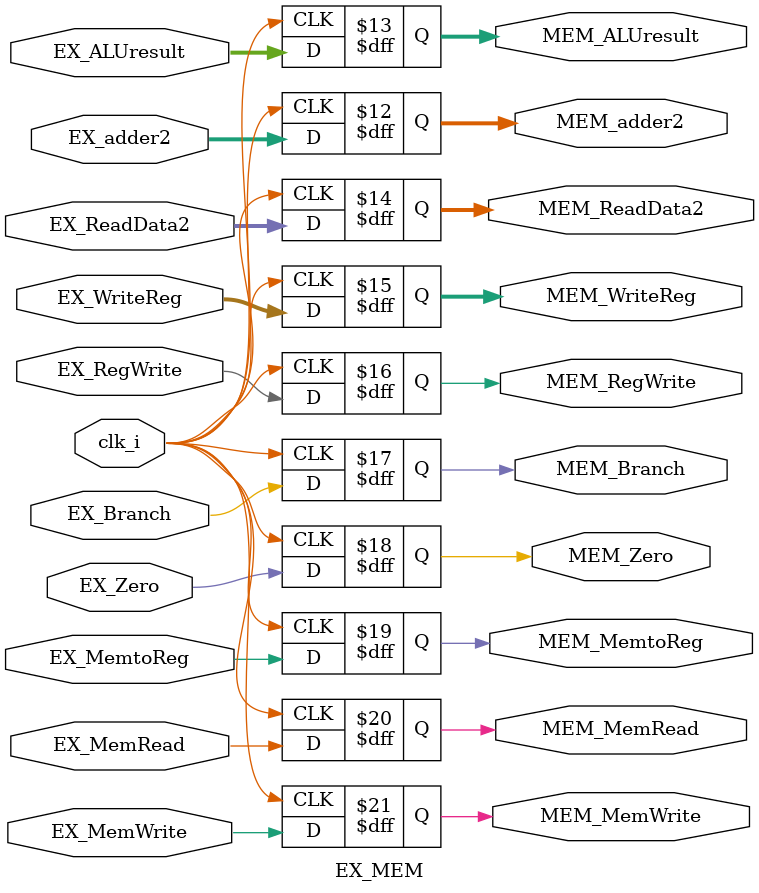
<source format=v>
module EX_MEM( clk_i, EX_adder2, MEM_adder2, EX_ALUresult, MEM_ALUresult, EX_ReadData2, MEM_ReadData2, EX_WriteReg, MEM_WriteReg, EX_RegWrite, MEM_RegWrite, EX_Branch, MEM_Branch, EX_Zero, MEM_Zero, EX_MemtoReg, MEM_MemtoReg, EX_MemRead, MEM_MemRead, EX_MemWrite, MEM_MemWrite);
    input  clk_i;

    input  [32-1:0] EX_adder2, EX_ALUresult, EX_ReadData2;
    output [32-1:0] MEM_adder2, MEM_ALUresult, MEM_ReadData2;
    input  [5-1:0]  EX_WriteReg;
    output [5-1:0]  MEM_WriteReg;

    input  EX_RegWrite, EX_Branch, EX_Zero, EX_MemtoReg, EX_MemRead, EX_MemWrite;
    output MEM_RegWrite, MEM_Branch, MEM_Zero, MEM_MemtoReg, MEM_MemRead, MEM_MemWrite;

    reg    [32-1:0] MEM_adder2 = 32'd0, MEM_ALUresult = 32'd0, MEM_ReadData2 = 32'd0;
    reg    [5-1:0]  MEM_WriteReg = 5'd0;
    reg    MEM_RegWrite = 1'b0, MEM_Branch = 1'b0, MEM_Zero = 1'b0, MEM_MemtoReg = 1'b0, MEM_MemRead = 1'b0, MEM_MemWrite = 1'b0;

    always @(posedge clk_i) begin
        MEM_adder2 <= EX_adder2;
        MEM_ALUresult <= EX_ALUresult;
        MEM_ReadData2 <= EX_ReadData2;
        MEM_WriteReg <= EX_WriteReg;

        MEM_RegWrite <= EX_RegWrite;
        MEM_Branch <= EX_Branch;
        MEM_Zero <= EX_Zero;
        MEM_MemtoReg <= EX_MemtoReg;
        MEM_MemRead <= EX_MemRead;
        MEM_MemWrite <= EX_MemWrite;
    end

endmodule
</source>
